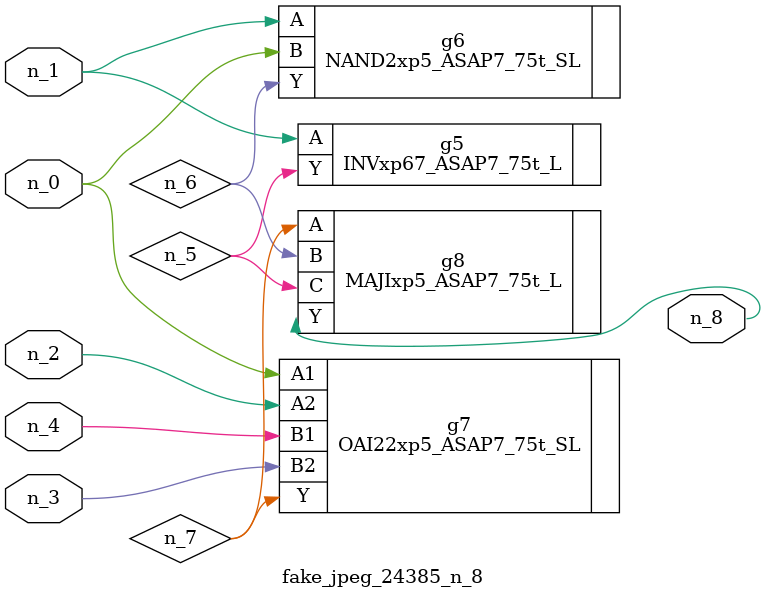
<source format=v>
module fake_jpeg_24385_n_8 (n_3, n_2, n_1, n_0, n_4, n_8);

input n_3;
input n_2;
input n_1;
input n_0;
input n_4;

output n_8;

wire n_6;
wire n_5;
wire n_7;

INVxp67_ASAP7_75t_L g5 ( 
.A(n_1),
.Y(n_5)
);

NAND2xp5_ASAP7_75t_SL g6 ( 
.A(n_1),
.B(n_0),
.Y(n_6)
);

OAI22xp5_ASAP7_75t_SL g7 ( 
.A1(n_0),
.A2(n_2),
.B1(n_4),
.B2(n_3),
.Y(n_7)
);

MAJIxp5_ASAP7_75t_L g8 ( 
.A(n_7),
.B(n_6),
.C(n_5),
.Y(n_8)
);


endmodule
</source>
